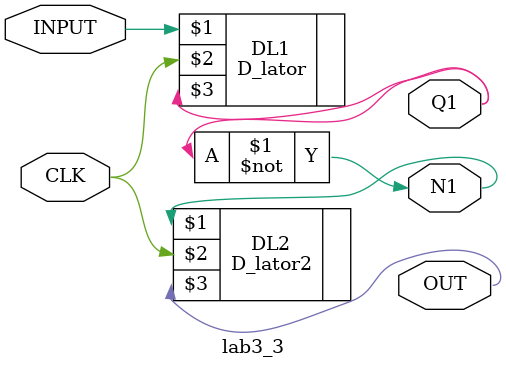
<source format=v>
`timescale 1ns / 1ps


module lab3_3(
    input INPUT,CLK,
    output wire Q1,N1,OUT
    );
    D_lator DL1(INPUT,CLK,Q1);
    D_lator2 DL2(N1,CLK,OUT);
    not #17 un1(N1,Q1);
    
endmodule

</source>
